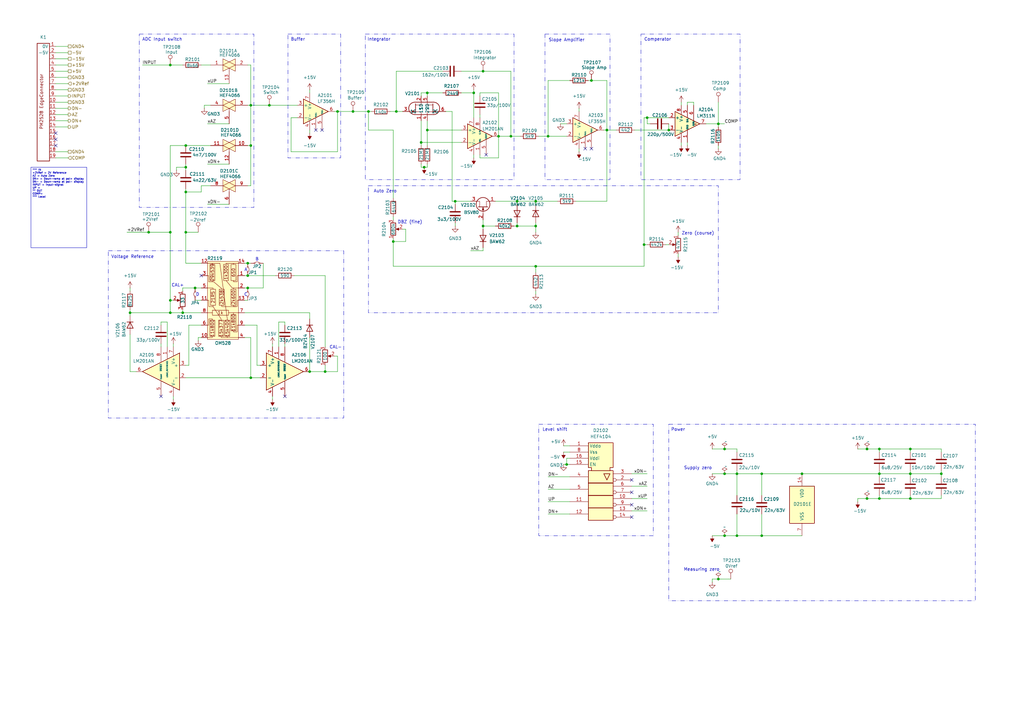
<source format=kicad_sch>
(kicad_sch (version 20250114) (generator "eeschema") (generator_version "9.0")
  (paper "A3")
  (title_block (title "Philips PM2528 - N21 (ADC Analog)") (date "2025-07-24") (rev "1.0"))
  (rectangle (start 149.86 13.97) (end 210.82 73.66) (stroke (width 0) (type dash_dot_dot)))
  (rectangle (start 274.32 173.99) (end 400.05 246.38) (stroke (width 0) (type dash_dot_dot)))
  (rectangle (start 151.13 76.2) (end 294.64 128.27) (stroke (width 0) (type dash_dot_dot)))
  (rectangle (start 223.52 13.97) (end 250.19 73.66) (stroke (width 0) (type dash_dot_dot)))
  (rectangle (start 57.15 13.97) (end 104.14 85.09) (stroke (width 0) (type dash_dot_dot)))
  (rectangle (start 44.45 102.87) (end 140.97 171.45) (stroke (width 0) (type dash_dot_dot)))
  (rectangle (start 118.11 13.97) (end 139.7 64.77) (stroke (width 0) (type dash_dot_dot)))
  (rectangle (start 262.89 13.97) (end 303.53 73.66) (stroke (width 0) (type dash_dot_dot)))
  (rectangle (start 220.98 173.99) (end 267.97 219.71) (stroke (width 0) (type dash_dot_dot)))
  (text "Supply zero" (at 286.258 192.024 0) (effects (font (size 1.27 1.27))))
  (text "C" (at 100.838 120.904 0) (effects (font (size 1.27 1.27))))
  (text "CAL+" (at 72.898 117.094 0) (effects (font (size 1.27 1.27))))
  (text "Buffer" (at 122.174 16.256 0) (effects (font (size 1.27 1.27))))
  (text "A" (at 100.838 110.744 0) (effects (font (size 1.27 1.27))))
  (text "Power" (at 278.13 176.276 0) (effects (font (size 1.27 1.27))))
  (text "Comperator" (at 269.748 16.256 0) (effects (font (size 1.27 1.27))))
  (text "Voltage Reference" (at 54.356 105.41 0) (effects (font (size 1.27 1.27))))
  (text "CAL-" (at 137.668 142.494 0) (effects (font (size 1.27 1.27))))
  (text "Integrator" (at 155.448 16.256 0) (effects (font (size 1.27 1.27))))
  (text "DBZ (fine)" (at 168.148 91.186 0) (effects (font (size 1.27 1.27))))
  (text "Measuring zero" (at 287.782 233.68 0) (effects (font (size 1.27 1.27))))
  (text "Slope Amplifier" (at 232.41 16.51 0) (effects (font (size 1.27 1.27))))
  (text "Zero (course)" (at 286.258 95.758 0) (effects (font (size 1.27 1.27))))
  (text "Auto Zero" (at 157.988 78.486 0) (effects (font (size 1.27 1.27))))
  (text "B" (at 105.41 106.426 0) (effects (font (size 1.27 1.27))))
  (text "Level shift" (at 227.584 176.276 0) (effects (font (size 1.27 1.27))))
  (text "ADC Input switch" (at 66.548 16.256 0) (effects (font (size 1.27 1.27))))
  (text "D" (at 81.026 120.904 0) (effects (font (size 1.27 1.27))))
  (text_box "*** IN\n+2VRef = 2V Reference\nAZ = Auto Zero\nDN+ = Down-ramp at pol+ display\nDN- = Down-ramp at pol- display\nINPUT = input-signal\nUP = \n** OUT\nCOMP=\n*** Local\n" (at 12.7 68.58 0) (size 22.86 33.02) (margins 0.5715 0.5715 0.5715 0.5715) (effects (font (size 0.762 0.762)) (justify left top)))
  (junction (at 127 152.4))
  (junction (at 297.18 219.71))
  (junction (at 373.38 184.15))
  (junction (at 102.87 43.18))
  (junction (at 172.72 58.42))
  (junction (at 151.13 45.72))
  (junction (at 102.87 59.69))
  (junction (at 386.08 194.31))
  (junction (at 101.6 113.03))
  (junction (at 60.96 95.25))
  (junction (at 242.57 33.02))
  (junction (at 360.68 204.47))
  (junction (at 144.78 45.72))
  (junction (at 102.87 154.94))
  (junction (at 355.6 184.15))
  (junction (at 110.49 43.18))
  (junction (at 232.41 190.5))
  (junction (at 76.2 68.58))
  (junction (at 204.47 55.88))
  (junction (at 248.92 53.34))
  (junction (at 360.68 194.31))
  (junction (at 198.12 92.71))
  (junction (at 294.64 50.8))
  (junction (at 373.38 194.31))
  (junction (at 265.43 48.26))
  (junction (at 162.56 45.72))
  (junction (at 209.55 55.88))
  (junction (at 173.99 68.58))
  (junction (at 297.18 194.31))
  (junction (at 69.85 123.19))
  (junction (at 219.71 92.71))
  (junction (at 219.71 82.55))
  (junction (at 186.69 82.55))
  (junction (at 101.6 118.11))
  (junction (at 355.6 204.47))
  (junction (at 69.85 95.25))
  (junction (at 175.26 38.1))
  (junction (at 69.85 128.27))
  (junction (at 133.35 152.4))
  (junction (at 294.64 237.49))
  (junction (at 76.2 78.74))
  (junction (at 76.2 59.69))
  (junction (at 312.42 194.31))
  (junction (at 302.26 194.31))
  (junction (at 297.18 184.15))
  (junction (at 212.09 92.71))
  (junction (at 373.38 204.47))
  (junction (at 69.85 26.67))
  (junction (at 76.2 95.25))
  (junction (at 194.31 38.1))
  (junction (at 80.01 118.11))
  (junction (at 264.16 100.33))
  (junction (at 175.26 53.34))
  (junction (at 219.71 109.22))
  (junction (at 53.34 128.27))
  (junction (at 360.68 184.15))
  (junction (at 274.32 53.34))
  (junction (at 138.43 45.72))
  (junction (at 161.29 99.06))
  (junction (at 212.09 82.55))
  (junction (at 224.79 55.88))
  (junction (at 312.42 219.71))
  (junction (at 302.26 219.71))
  (junction (at 74.93 128.27))
  (junction (at 198.12 29.21))
  (junction (at 101.6 107.95))
  (junction (at 328.93 194.31))
  (no_connect (at 82.55 113.03))
  (no_connect (at 66.04 162.56))
  (no_connect (at 199.39 63.5))
  (no_connect (at 259.08 196.85))
  (no_connect (at 240.03 60.96))
  (no_connect (at 129.54 53.34))
  (no_connect (at 259.08 201.93))
  (no_connect (at 116.84 162.56))
  (no_connect (at 259.08 212.09))
  (no_connect (at 132.08 53.34))
  (no_connect (at 22.86 54.61))
  (no_connect (at 242.57 60.96))
  (no_connect (at 259.08 207.01))
  (no_connect (at 22.86 59.69))
  (no_connect (at 22.86 57.15))
  (wire (pts (xy 161.29 109.22) (xy 219.71 109.22)))
  (wire (pts (xy 76.2 78.74) (xy 82.55 78.74)))
  (wire (pts (xy 248.92 53.34) (xy 252.73 53.34)))
  (wire (pts (xy 209.55 29.21) (xy 209.55 55.88)))
  (wire (pts (xy 76.2 68.58) (xy 76.2 69.85)))
  (wire (pts (xy 185.42 45.72) (xy 185.42 82.55)))
  (wire (pts (xy 241.3 33.02) (xy 242.57 33.02)))
  (wire (pts (xy 233.68 195.58) (xy 224.79 195.58)))
  (wire (pts (xy 189.23 38.1) (xy 194.31 38.1)))
  (wire (pts (xy 175.26 67.31) (xy 175.26 68.58)))
  (wire (pts (xy 101.6 26.67) (xy 102.87 26.67)))
  (wire (pts (xy 53.34 127) (xy 53.34 128.27)))
  (wire (pts (xy 210.82 92.71) (xy 212.09 92.71)))
  (wire (pts (xy 212.09 92.71) (xy 219.71 92.71)))
  (wire (pts (xy 76.2 67.31) (xy 76.2 68.58)))
  (wire (pts (xy 76.2 95.25) (xy 76.2 107.95)))
  (wire (pts (xy 166.37 93.98) (xy 166.37 99.06)))
  (wire (pts (xy 355.6 204.47) (xy 360.68 204.47)))
  (wire (pts (xy 77.47 133.35) (xy 82.55 133.35)))
  (wire (pts (xy 312.42 219.71) (xy 328.93 219.71)))
  (wire (pts (xy 185.42 82.55) (xy 186.69 82.55)))
  (wire (pts (xy 22.86 24.13) (xy 27.94 24.13)))
  (wire (pts (xy 127 36.83) (xy 127 38.1)))
  (wire (pts (xy 265.43 194.31) (xy 259.08 194.31)))
  (wire (pts (xy 138.43 62.23) (xy 138.43 45.72)))
  (wire (pts (xy 86.36 43.18) (xy 83.82 43.18)))
  (wire (pts (xy 69.85 26.67) (xy 74.93 26.67)))
  (wire (pts (xy 22.86 26.67) (xy 27.94 26.67)))
  (wire (pts (xy 85.09 34.29) (xy 93.98 34.29)))
  (wire (pts (xy 302.26 194.31) (xy 302.26 203.2)))
  (wire (pts (xy 161.29 81.28) (xy 161.29 53.34)))
  (wire (pts (xy 193.04 102.87) (xy 198.12 102.87)))
  (wire (pts (xy 260.35 53.34) (xy 274.32 53.34)))
  (wire (pts (xy 175.26 53.34) (xy 175.26 59.69)))
  (wire (pts (xy 102.87 154.94) (xy 106.68 154.94)))
  (wire (pts (xy 233.68 200.66) (xy 224.79 200.66)))
  (wire (pts (xy 212.09 82.55) (xy 219.71 82.55)))
  (wire (pts (xy 186.69 82.55) (xy 193.04 82.55)))
  (wire (pts (xy 386.08 184.15) (xy 386.08 185.42)))
  (wire (pts (xy 69.85 128.27) (xy 53.34 128.27)))
  (wire (pts (xy 81.28 138.43) (xy 81.28 139.7)))
  (wire (pts (xy 110.49 43.18) (xy 121.92 43.18)))
  (wire (pts (xy 71.12 123.19) (xy 69.85 123.19)))
  (wire (pts (xy 111.76 140.97) (xy 111.76 142.24)))
  (wire (pts (xy 231.14 190.5) (xy 232.41 190.5)))
  (wire (pts (xy 351.79 184.15) (xy 355.6 184.15)))
  (wire (pts (xy 69.85 59.69) (xy 69.85 95.25)))
  (wire (pts (xy 22.86 34.29) (xy 27.94 34.29)))
  (wire (pts (xy 119.38 48.26) (xy 119.38 62.23)))
  (wire (pts (xy 196.85 46.99) (xy 196.85 48.26)))
  (wire (pts (xy 127 128.27) (xy 100.33 128.27)))
  (wire (pts (xy 292.1 219.71) (xy 297.18 219.71)))
  (wire (pts (xy 22.86 39.37) (xy 27.94 39.37)))
  (wire (pts (xy 278.13 95.25) (xy 278.13 96.52)))
  (wire (pts (xy 265.43 199.39) (xy 259.08 199.39)))
  (wire (pts (xy 151.13 53.34) (xy 151.13 45.72)))
  (wire (pts (xy 105.41 133.35) (xy 105.41 149.86)))
  (wire (pts (xy 386.08 204.47) (xy 386.08 203.2)))
  (wire (pts (xy 232.41 187.96) (xy 232.41 190.5)))
  (wire (pts (xy 71.12 140.97) (xy 71.12 142.24)))
  (wire (pts (xy 360.68 203.2) (xy 360.68 204.47)))
  (wire (pts (xy 281.94 58.42) (xy 281.94 59.69)))
  (wire (pts (xy 264.16 100.33) (xy 265.43 100.33)))
  (wire (pts (xy 232.41 187.96) (xy 233.68 187.96)))
  (wire (pts (xy 219.71 92.71) (xy 219.71 95.25)))
  (wire (pts (xy 102.87 26.67) (xy 102.87 43.18)))
  (wire (pts (xy 69.85 95.25) (xy 69.85 123.19)))
  (wire (pts (xy 127 130.81) (xy 127 128.27)))
  (wire (pts (xy 22.86 49.53) (xy 27.94 49.53)))
  (wire (pts (xy 248.92 33.02) (xy 248.92 53.34)))
  (wire (pts (xy 265.43 50.8) (xy 265.43 48.26)))
  (wire (pts (xy 294.64 60.96) (xy 294.64 59.69)))
  (wire (pts (xy 189.23 29.21) (xy 198.12 29.21)))
  (wire (pts (xy 312.42 194.31) (xy 312.42 203.2)))
  (wire (pts (xy 116.84 132.08) (xy 116.84 133.35)))
  (wire (pts (xy 133.35 152.4) (xy 138.43 152.4)))
  (wire (pts (xy 265.43 209.55) (xy 259.08 209.55)))
  (wire (pts (xy 328.93 194.31) (xy 360.68 194.31)))
  (wire (pts (xy 127 138.43) (xy 127 152.4)))
  (wire (pts (xy 182.88 45.72) (xy 185.42 45.72)))
  (wire (pts (xy 312.42 194.31) (xy 328.93 194.31)))
  (wire (pts (xy 302.26 194.31) (xy 312.42 194.31)))
  (wire (pts (xy 100.33 118.11) (xy 101.6 118.11)))
  (wire (pts (xy 133.35 113.03) (xy 133.35 142.24)))
  (wire (pts (xy 194.31 38.1) (xy 194.31 48.26)))
  (wire (pts (xy 22.86 21.59) (xy 27.94 21.59)))
  (wire (pts (xy 294.64 52.07) (xy 294.64 50.8)))
  (wire (pts (xy 74.93 118.11) (xy 80.01 118.11)))
  (wire (pts (xy 101.6 113.03) (xy 113.03 113.03)))
  (wire (pts (xy 224.79 55.88) (xy 232.41 55.88)))
  (wire (pts (xy 77.47 149.86) (xy 77.47 133.35)))
  (wire (pts (xy 237.49 44.45) (xy 237.49 45.72)))
  (wire (pts (xy 22.86 31.75) (xy 27.94 31.75)))
  (wire (pts (xy 102.87 43.18) (xy 102.87 59.69)))
  (wire (pts (xy 198.12 90.17) (xy 198.12 92.71)))
  (wire (pts (xy 58.42 26.67) (xy 69.85 26.67)))
  (wire (pts (xy 172.72 38.1) (xy 175.26 38.1)))
  (wire (pts (xy 373.38 193.04) (xy 373.38 194.31)))
  (wire (pts (xy 297.18 219.71) (xy 302.26 219.71)))
  (wire (pts (xy 82.55 107.95) (xy 76.2 107.95)))
  (wire (pts (xy 68.58 132.08) (xy 68.58 142.24)))
  (wire (pts (xy 219.71 82.55) (xy 228.6 82.55)))
  (wire (pts (xy 233.68 182.88) (xy 231.14 182.88)))
  (wire (pts (xy 101.6 76.2) (xy 102.87 76.2)))
  (wire (pts (xy 373.38 184.15) (xy 386.08 184.15)))
  (wire (pts (xy 69.85 59.69) (xy 76.2 59.69)))
  (wire (pts (xy 161.29 99.06) (xy 161.29 109.22)))
  (wire (pts (xy 76.2 95.25) (xy 81.28 95.25)))
  (wire (pts (xy 53.34 128.27) (xy 53.34 129.54)))
  (wire (pts (xy 172.72 58.42) (xy 189.23 58.42)))
  (wire (pts (xy 172.72 38.1) (xy 172.72 39.37)))
  (wire (pts (xy 172.72 58.42) (xy 172.72 59.69)))
  (wire (pts (xy 279.4 58.42) (xy 279.4 59.69)))
  (wire (pts (xy 133.35 149.86) (xy 133.35 152.4)))
  (wire (pts (xy 294.64 50.8) (xy 297.18 50.8)))
  (wire (pts (xy 232.41 190.5) (xy 233.68 190.5)))
  (wire (pts (xy 297.18 194.31) (xy 302.26 194.31)))
  (wire (pts (xy 85.09 50.8) (xy 93.98 50.8)))
  (wire (pts (xy 161.29 97.79) (xy 161.29 99.06)))
  (wire (pts (xy 386.08 193.04) (xy 386.08 194.31)))
  (wire (pts (xy 242.57 33.02) (xy 248.92 33.02)))
  (wire (pts (xy 229.87 50.8) (xy 232.41 50.8)))
  (wire (pts (xy 161.29 88.9) (xy 161.29 90.17)))
  (wire (pts (xy 198.12 102.87) (xy 198.12 101.6)))
  (wire (pts (xy 194.31 36.83) (xy 194.31 38.1)))
  (wire (pts (xy 137.16 45.72) (xy 138.43 45.72)))
  (wire (pts (xy 172.72 68.58) (xy 173.99 68.58)))
  (wire (pts (xy 22.86 44.45) (xy 27.94 44.45)))
  (wire (pts (xy 294.64 41.91) (xy 294.64 50.8)))
  (wire (pts (xy 22.86 36.83) (xy 27.94 36.83)))
  (wire (pts (xy 85.09 67.31) (xy 93.98 67.31)))
  (wire (pts (xy 186.69 82.55) (xy 186.69 83.82)))
  (wire (pts (xy 248.92 53.34) (xy 248.92 82.55)))
  (wire (pts (xy 219.71 109.22) (xy 264.16 109.22)))
  (wire (pts (xy 279.4 41.91) (xy 279.4 43.18)))
  (wire (pts (xy 77.47 149.86) (xy 76.2 149.86)))
  (wire (pts (xy 264.16 48.26) (xy 264.16 100.33)))
  (wire (pts (xy 102.87 138.43) (xy 102.87 154.94)))
  (wire (pts (xy 219.71 119.38) (xy 219.71 120.65)))
  (wire (pts (xy 69.85 123.19) (xy 69.85 128.27)))
  (wire (pts (xy 100.33 123.19) (xy 101.6 123.19)))
  (wire (pts (xy 265.43 48.26) (xy 274.32 48.26)))
  (wire (pts (xy 292.1 237.49) (xy 292.1 238.76)))
  (wire (pts (xy 373.38 185.42) (xy 373.38 184.15)))
  (wire (pts (xy 60.96 95.25) (xy 69.85 95.25)))
  (wire (pts (xy 22.86 64.77) (xy 27.94 64.77)))
  (wire (pts (xy 101.6 107.95) (xy 102.87 107.95)))
  (wire (pts (xy 172.72 49.53) (xy 172.72 58.42)))
  (wire (pts (xy 76.2 154.94) (xy 102.87 154.94)))
  (wire (pts (xy 144.78 45.72) (xy 151.13 45.72)))
  (wire (pts (xy 175.26 68.58) (xy 173.99 68.58)))
  (wire (pts (xy 100.33 107.95) (xy 101.6 107.95)))
  (wire (pts (xy 351.79 204.47) (xy 355.6 204.47)))
  (wire (pts (xy 264.16 48.26) (xy 265.43 48.26)))
  (wire (pts (xy 127 152.4) (xy 133.35 152.4)))
  (wire (pts (xy 114.3 142.24) (xy 114.3 132.08)))
  (wire (pts (xy 82.55 76.2) (xy 86.36 76.2)))
  (wire (pts (xy 196.85 39.37) (xy 196.85 38.1)))
  (wire (pts (xy 52.07 95.25) (xy 60.96 95.25)))
  (wire (pts (xy 82.55 76.2) (xy 82.55 78.74)))
  (wire (pts (xy 302.26 210.82) (xy 302.26 219.71)))
  (wire (pts (xy 360.68 185.42) (xy 360.68 184.15)))
  (wire (pts (xy 203.2 92.71) (xy 198.12 92.71)))
  (wire (pts (xy 55.88 152.4) (xy 53.34 152.4)))
  (wire (pts (xy 233.68 205.74) (xy 224.79 205.74)))
  (wire (pts (xy 204.47 38.1) (xy 204.47 55.88)))
  (wire (pts (xy 76.2 78.74) (xy 76.2 95.25)))
  (wire (pts (xy 209.55 55.88) (xy 213.36 55.88)))
  (wire (pts (xy 101.6 59.69) (xy 102.87 59.69)))
  (wire (pts (xy 373.38 194.31) (xy 386.08 194.31)))
  (wire (pts (xy 162.56 45.72) (xy 162.56 29.21)))
  (wire (pts (xy 233.68 210.82) (xy 224.79 210.82)))
  (wire (pts (xy 292.1 237.49) (xy 294.64 237.49)))
  (wire (pts (xy 83.82 43.18) (xy 83.82 44.45)))
  (wire (pts (xy 175.26 53.34) (xy 189.23 53.34)))
  (wire (pts (xy 102.87 76.2) (xy 102.87 59.69)))
  (wire (pts (xy 72.39 68.58) (xy 76.2 68.58)))
  (wire (pts (xy 212.09 82.55) (xy 212.09 83.82)))
  (wire (pts (xy 22.86 52.07) (xy 27.94 52.07)))
  (wire (pts (xy 284.48 41.91) (xy 284.48 43.18)))
  (wire (pts (xy 204.47 55.88) (xy 209.55 55.88)))
  (wire (pts (xy 294.64 237.49) (xy 299.72 237.49)))
  (wire (pts (xy 22.86 46.99) (xy 27.94 46.99)))
  (wire (pts (xy 273.05 100.33) (xy 274.32 100.33)))
  (wire (pts (xy 373.38 203.2) (xy 373.38 204.47)))
  (wire (pts (xy 162.56 45.72) (xy 165.1 45.72)))
  (wire (pts (xy 74.93 119.38) (xy 74.93 118.11)))
  (wire (pts (xy 204.47 64.77) (xy 196.85 64.77)))
  (wire (pts (xy 360.68 204.47) (xy 373.38 204.47)))
  (wire (pts (xy 151.13 45.72) (xy 152.4 45.72)))
  (wire (pts (xy 101.6 43.18) (xy 102.87 43.18)))
  (wire (pts (xy 302.26 184.15) (xy 297.18 184.15)))
  (wire (pts (xy 22.86 19.05) (xy 27.94 19.05)))
  (wire (pts (xy 264.16 100.33) (xy 264.16 109.22)))
  (wire (pts (xy 360.68 193.04) (xy 360.68 194.31)))
  (wire (pts (xy 100.33 113.03) (xy 101.6 113.03)))
  (wire (pts (xy 105.41 149.86) (xy 106.68 149.86)))
  (wire (pts (xy 107.95 107.95) (xy 107.95 118.11)))
  (wire (pts (xy 116.84 140.97) (xy 116.84 142.24)))
  (wire (pts (xy 175.26 38.1) (xy 181.61 38.1)))
  (wire (pts (xy 266.7 50.8) (xy 265.43 50.8)))
  (wire (pts (xy 175.26 38.1) (xy 175.26 39.37)))
  (wire (pts (xy 278.13 104.14) (xy 278.13 105.41)))
  (wire (pts (xy 237.49 60.96) (xy 237.49 62.23)))
  (wire (pts (xy 220.98 55.88) (xy 224.79 55.88)))
  (wire (pts (xy 351.79 205.74) (xy 351.79 204.47)))
  (wire (pts (xy 85.09 83.82) (xy 93.98 83.82)))
  (wire (pts (xy 160.02 45.72) (xy 162.56 45.72)))
  (wire (pts (xy 373.38 194.31) (xy 373.38 195.58)))
  (wire (pts (xy 53.34 152.4) (xy 53.34 137.16)))
  (wire (pts (xy 66.04 132.08) (xy 68.58 132.08)))
  (wire (pts (xy 100.33 138.43) (xy 102.87 138.43)))
  (wire (pts (xy 165.1 93.98) (xy 166.37 93.98)))
  (wire (pts (xy 265.43 204.47) (xy 259.08 204.47)))
  (wire (pts (xy 196.85 63.5) (xy 196.85 64.77)))
  (wire (pts (xy 53.34 118.11) (xy 53.34 119.38)))
  (wire (pts (xy 102.87 43.18) (xy 110.49 43.18)))
  (wire (pts (xy 111.76 162.56) (xy 111.76 163.83)))
  (wire (pts (xy 172.72 67.31) (xy 172.72 68.58)))
  (wire (pts (xy 114.3 132.08) (xy 116.84 132.08)))
  (wire (pts (xy 82.55 26.67) (xy 86.36 26.67)))
  (wire (pts (xy 137.16 146.05) (xy 138.43 146.05)))
  (wire (pts (xy 360.68 194.31) (xy 373.38 194.31)))
  (wire (pts (xy 312.42 210.82) (xy 312.42 219.71)))
  (wire (pts (xy 76.2 77.47) (xy 76.2 78.74)))
  (wire (pts (xy 360.68 194.31) (xy 360.68 195.58)))
  (wire (pts (xy 302.26 219.71) (xy 312.42 219.71)))
  (wire (pts (xy 219.71 82.55) (xy 219.71 83.82)))
  (wire (pts (xy 233.68 33.02) (xy 224.79 33.02)))
  (wire (pts (xy 289.56 50.8) (xy 294.64 50.8)))
  (wire (pts (xy 101.6 118.11) (xy 107.95 118.11)))
  (wire (pts (xy 119.38 62.23) (xy 138.43 62.23)))
  (wire (pts (xy 82.55 128.27) (xy 74.93 128.27)))
  (wire (pts (xy 66.04 133.35) (xy 66.04 132.08)))
  (wire (pts (xy 100.33 133.35) (xy 105.41 133.35)))
  (wire (pts (xy 274.32 50.8) (xy 274.32 53.34)))
  (wire (pts (xy 194.31 63.5) (xy 194.31 64.77)))
  (wire (pts (xy 66.04 140.97) (xy 66.04 142.24)))
  (wire (pts (xy 204.47 55.88) (xy 204.47 64.77)))
  (wire (pts (xy 196.85 38.1) (xy 204.47 38.1)))
  (wire (pts (xy 281.94 43.18) (xy 281.94 41.91)))
  (wire (pts (xy 212.09 91.44) (xy 212.09 92.71)))
  (wire (pts (xy 219.71 109.22) (xy 219.71 111.76)))
  (wire (pts (xy 161.29 53.34) (xy 151.13 53.34)))
  (wire (pts (xy 80.01 118.11) (xy 82.55 118.11)))
  (wire (pts (xy 22.86 29.21) (xy 27.94 29.21)))
  (wire (pts (xy 127 53.34) (xy 127 54.61)))
  (wire (pts (xy 198.12 29.21) (xy 209.55 29.21)))
  (wire (pts (xy 175.26 49.53) (xy 175.26 53.34)))
  (wire (pts (xy 138.43 45.72) (xy 144.78 45.72)))
  (wire (pts (xy 133.35 113.03) (xy 120.65 113.03)))
  (wire (pts (xy 72.39 69.85) (xy 72.39 68.58)))
  (wire (pts (xy 360.68 184.15) (xy 373.38 184.15)))
  (wire (pts (xy 74.93 127) (xy 74.93 128.27)))
  (wire (pts (xy 247.65 53.34) (xy 248.92 53.34)))
  (wire (pts (xy 373.38 204.47) (xy 386.08 204.47)))
  (wire (pts (xy 74.93 128.27) (xy 69.85 128.27)))
  (wire (pts (xy 166.37 99.06) (xy 161.29 99.06)))
  (wire (pts (xy 292.1 184.15) (xy 297.18 184.15)))
  (wire (pts (xy 281.94 41.91) (xy 284.48 41.91)))
  (wire (pts (xy 138.43 146.05) (xy 138.43 152.4)))
  (wire (pts (xy 386.08 195.58) (xy 386.08 194.31)))
  (wire (pts (xy 186.69 91.44) (xy 186.69 92.71)))
  (wire (pts (xy 302.26 193.04) (xy 302.26 194.31)))
  (wire (pts (xy 22.86 62.23) (xy 27.94 62.23)))
  (wire (pts (xy 219.71 91.44) (xy 219.71 92.71)))
  (wire (pts (xy 302.26 185.42) (xy 302.26 184.15)))
  (wire (pts (xy 224.79 33.02) (xy 224.79 55.88)))
  (wire (pts (xy 181.61 29.21) (xy 162.56 29.21)))
  (wire (pts (xy 233.68 185.42) (xy 231.14 185.42)))
  (wire (pts (xy 203.2 82.55) (xy 212.09 82.55)))
  (wire (pts (xy 22.86 41.91) (xy 27.94 41.91)))
  (wire (pts (xy 248.92 82.55) (xy 236.22 82.55)))
  (wire (pts (xy 82.55 138.43) (xy 81.28 138.43)))
  (wire (pts (xy 121.92 48.26) (xy 119.38 48.26)))
  (wire (pts (xy 71.12 162.56) (xy 71.12 163.83)))
  (wire (pts (xy 82.55 123.19) (xy 80.01 123.19)))
  (wire (pts (xy 198.12 92.71) (xy 198.12 93.98)))
  (wire (pts (xy 76.2 59.69) (xy 86.36 59.69)))
  (wire (pts (xy 355.6 184.15) (xy 360.68 184.15)))
  (wire (pts (xy 292.1 194.31) (xy 297.18 194.31)))
  (label "xDN+" (at 85.09 67.31 0))
  (label "AZ" (at 224.79 200.66 0))
  (label "INPUT" (at 58.42 26.67 0))
  (label "UP" (at 224.79 205.74 0))
  (label "xAZ" (at 85.09 50.8 0))
  (label "xAZ" (at 193.04 102.87 0))
  (label "DN+" (at 224.79 210.82 0))
  (label "+2VRef" (at 52.07 95.25 0))
  (label "xUP" (at 265.43 204.47 180))
  (label "xDN-" (at 85.09 83.82 0))
  (label "xDN+" (at 265.43 209.55 180))
  (label "DN-" (at 224.79 195.58 0))
  (label "xAZ" (at 265.43 199.39 180))
  (label "xUP" (at 85.09 34.29 0))
  (label "COMP" (at 297.18 50.8 0))
  (label "xDN-" (at 265.43 194.31 180))
  (hierarchical_label "DN+" (shape output) (at 27.94 49.53 0))
  (hierarchical_label "-15V" (shape passive) (at 27.94 24.13 0))
  (hierarchical_label "AZ" (shape output) (at 27.94 46.99 0))
  (hierarchical_label "GND3" (shape passive) (at 27.94 41.91 0))
  (hierarchical_label "GND4" (shape passive) (at 27.94 19.05 0))
  (hierarchical_label "UP" (shape output) (at 27.94 52.07 0))
  (hierarchical_label "-5V" (shape passive) (at 27.94 21.59 0))
  (hierarchical_label "GND3" (shape passive) (at 27.94 31.75 0))
  (hierarchical_label "GND4" (shape passive) (at 27.94 62.23 0))
  (hierarchical_label "GND3" (shape passive) (at 27.94 36.83 0))
  (hierarchical_label "DN-" (shape output) (at 27.94 44.45 0))
  (hierarchical_label "INPUT" (shape output) (at 27.94 39.37 0))
  (hierarchical_label "COMP" (shape input) (at 27.94 64.77 0))
  (hierarchical_label "+2VRef" (shape input) (at 27.94 34.29 0))
  (hierarchical_label "+15V" (shape passive) (at 27.94 26.67 0))
  (hierarchical_label "+5V" (shape passive) (at 27.94 29.21 0))
  (symbol (lib_id "Device:R") (at 294.64 55.88 180) (unit 1)
    (property "Reference" "R2116" (at 292.354 55.88 90))
    (property "Value" "1k05" (at 294.64 55.88 90))
    (property "Footprint" "Resistor_THT:R_Axial_DIN0207_L6.3mm_D2.5mm_P10.16mm_Horizontal" (effects (hide yes)))
    (property "Description" "Resistor" (effects (hide yes)))
  )
  (symbol (lib_id "4xxx:4066") (at 93.98 26.67 0) (mirror x) (unit 1)
    (property "Reference" "D2101" (at 97.282 20.828 0) (effects (justify right)))
    (property "Value" "HEF4066" (at 98.5521 22.606 0) (effects (justify right)))
    (property "Footprint" "Package_DIP:DIP-14_W7.62mm" (effects (hide yes)))
    (property "Datasheet" "http://www.ti.com/lit/ds/symlink/cd4066b.pdf" (effects (hide yes)))
    (property "Description" "Quad Analog Switches" (effects (hide yes)))
  )
  (symbol (lib_id "PM2528:PCBEdge_Plugincard") (at 17.78 41.91 0) (unit 1)
    (property "Reference" "K1" (at 17.78 15.24 0))
    (property "Footprint" "PM2528:PM2528_RiserCardConnector" (effects (hide yes)))
  )
  (symbol (lib_id "power:GND3") (at 219.71 120.65 0) (unit 1)
    (property "Reference" "#PWR036" (effects (hide yes)))
    (property "Value" "GND3" (at 219.71 125.73 0))
    (property "Description" "Power symbol creates a global label with name \"GND3\" , ground" (effects (hide yes)))
  )
  (symbol (lib_id "power:-15V") (at 237.49 62.23 0) (mirror x) (unit 1)
    (property "Reference" "#PWR017" (effects (hide yes)))
    (property "Value" "-15V" (at 239.776 65.278 0))
    (property "Description" "Power symbol creates a global label with name \"-15V\"" (effects (hide yes)))
  )
  (symbol (lib_id "Device:R_Potentiometer") (at 278.13 100.33 0) (mirror y) (unit 1)
    (property "Reference" "R2115" (at 281.178 100.33 90))
    (property "Value" "47k" (at 278.13 100.33 90))
    (property "Footprint" "PM2528:Potentiometer horizontal ceramic" (effects (hide yes)))
    (property "Description" "Potentiometer" (effects (hide yes)))
  )
  (symbol (lib_id "Device:C") (at 76.2 73.66 180) (unit 1)
    (property "Reference" "C2111" (at 77.724 71.374 0) (effects (justify right)))
    (property "Value" "4n22/63V" (at 78.994 73.914 0) (effects (justify right)))
    (property "Footprint" "Capacitor_THT:C_Axial_L5.1mm_D3.1mm_P15.00mm_Horizontal" (effects (hide yes)))
    (property "Description" "Unpolarized capacitor" (effects (hide yes)))
  )
  (symbol (lib_id "Device:R") (at 219.71 115.57 0) (unit 1)
    (property "Reference" "R2113" (at 221.996 115.57 90))
    (property "Value" "442" (at 219.71 115.57 90))
    (property "Footprint" "Resistor_THT:R_Axial_DIN0207_L6.3mm_D2.5mm_P10.16mm_Horizontal" (effects (hide yes)))
    (property "Description" "Resistor" (effects (hide yes)))
  )
  (symbol (lib_id "Device:R") (at 175.26 63.5 0) (unit 1)
    (property "Reference" "R2106" (at 177.8 62.2299 0) (effects (justify left)))
    (property "Value" "21M1" (at 175.26 65.786 90) (effects (justify left)))
    (property "Footprint" "Resistor_THT:R_Axial_DIN0207_L6.3mm_D2.5mm_P10.16mm_Horizontal" (effects (hide yes)))
    (property "Description" "Resistor" (effects (hide yes)))
  )
  (symbol (lib_id "power:PWR_FLAG") (at 355.6 184.15 0) (unit 1)
    (property "Reference" "#FLG03" (effects (hide yes)))
    (property "Value" "~" (at 356.108 181.102 0))
    (property "Description" "Special symbol for telling ERC where power comes from" (effects (hide yes)))
  )
  (symbol (lib_id "Device:D") (at 212.09 87.63 90) (unit 1)
    (property "Reference" "V2104" (at 209.296 81.28 90) (effects (justify right)))
    (property "Value" "BAW62" (at 209.296 83.82 90) (effects (justify right)))
    (property "Footprint" "Diode_THT:D_DO-34_SOD68_P10.16mm_Horizontal" (effects (hide yes)))
    (property "Description" "Diode" (effects (hide yes)))
    (property "Sim.Device" "D" (effects (hide yes)))
    (property "Sim.Pins" "1=K 2=A" (effects (hide yes)))
  )
  (symbol (lib_id "Device:R") (at 217.17 55.88 90) (unit 1)
    (property "Reference" "R2109" (at 217.17 53.594 90))
    (property "Value" "5k9" (at 217.17 55.88 90))
    (property "Footprint" "Resistor_THT:R_Axial_DIN0207_L6.3mm_D2.5mm_P10.16mm_Horizontal" (effects (hide yes)))
    (property "Description" "Resistor" (effects (hide yes)))
  )
  (symbol (lib_id "Connector:TestPoint") (at 110.49 43.18 0) (unit 1)
    (property "Reference" "TP2104" (at 107.442 35.814 0) (effects (justify left)))
    (property "Value" "Switch" (at 107.95 37.846 0) (effects (justify left)))
    (property "Footprint" "Connector_Pin:Pin_D1.0mm_L10.0mm" (effects (hide yes)))
    (property "Description" "test point" (effects (hide yes)))
  )
  (symbol (lib_id "Amplifier_Operational:AD8021ARM") (at 116.84 152.4 0) (unit 1)
    (property "Reference" "A2106" (at 122.682 145.542 0))
    (property "Value" "LM201AN" (at 123.952 148.082 0))
    (property "Footprint" "Package_DIP:DIP-8_W7.62mm" (effects (hide yes)))
    (property "Datasheet" "https://www.analog.com/media/en/technical-documentation/data-sheets/AD8021.pdf" (effects (hide yes)))
    (property "Description" "Operational Amplifier, 4.5-24V single/dual supply, low noise, high speed, MSOP-8" (effects (hide yes)))
  )
  (symbol (lib_id "power:+15V") (at 111.76 140.97 0) (unit 1)
    (property "Reference" "#PWR030" (effects (hide yes)))
    (property "Value" "+15V" (at 110.744 136.906 0))
    (property "Description" "Power symbol creates a global label with name \"+15V\"" (effects (hide yes)))
  )
  (symbol (lib_id "power:GND3") (at 231.14 190.5 0) (mirror y) (unit 1)
    (property "Reference" "#PWR01" (effects (hide yes)))
    (property "Value" "GND3" (at 225.552 190.754 0) (effects (justify right)))
    (property "Description" "Power symbol creates a global label with name \"GND3\" , ground" (effects (hide yes)))
  )
  (symbol (lib_id "4xxx:4066") (at 93.98 76.2 0) (mirror x) (unit 3)
    (property "Reference" "D2101" (at 97.79 70.104 0) (effects (justify right)))
    (property "Value" "HEF4066" (at 98.806 72.39 0) (effects (justify right)))
    (property "Footprint" "Package_DIP:DIP-14_W7.62mm" (effects (hide yes)))
    (property "Datasheet" "http://www.ti.com/lit/ds/symlink/cd4066b.pdf" (effects (hide yes)))
    (property "Description" "Quad Analog Switches" (effects (hide yes)))
  )
  (symbol (lib_id "power:-15V") (at 111.76 163.83 0) (mirror x) (unit 1)
    (property "Reference" "#PWR032" (effects (hide yes)))
    (property "Value" "-15V" (at 111.506 167.894 0))
    (property "Description" "Power symbol creates a global label with name \"-15V\"" (effects (hide yes)))
  )
  (symbol (lib_id "Device:D") (at 127 134.62 270) (unit 1)
    (property "Reference" "V2107" (at 128.27 137.16 0) (effects (justify left)))
    (property "Value" "BZV14" (at 125.222 136.906 0) (effects (justify left)))
    (property "Footprint" "Diode_THT:D_DO-34_SOD68_P10.16mm_Horizontal" (effects (hide yes)))
    (property "Description" "Diode" (effects (hide yes)))
    (property "Sim.Device" "D" (effects (hide yes)))
    (property "Sim.Pins" "1=K 2=A" (effects (hide yes)))
  )
  (symbol (lib_id "power:PWR_FLAG") (at 297.18 219.71 0) (unit 1)
    (property "Reference" "#FLG02" (effects (hide yes)))
    (property "Value" "~" (at 297.18 216.154 0))
    (property "Description" "Special symbol for telling ERC where power comes from" (effects (hide yes)))
  )
  (symbol (lib_id "power:+5V") (at 292.1 184.15 0) (unit 1)
    (property "Reference" "#PWR027" (effects (hide yes)))
    (property "Value" "+5V" (at 292.1 179.07 0))
    (property "Description" "Power symbol creates a global label with name \"+5V\"" (effects (hide yes)))
  )
  (symbol (lib_id "power:+5V") (at 231.14 182.88 0) (mirror y) (unit 1)
    (property "Reference" "#PWR05" (effects (hide yes)))
    (property "Value" "+5V" (at 225.806 181.102 0) (effects (justify right)))
    (property "Description" "Power symbol creates a global label with name \"+5V\"" (effects (hide yes)))
  )
  (symbol (lib_id "Device:R") (at 269.24 100.33 90) (unit 1)
    (property "Reference" "R2114" (at 269.24 98.044 90))
    (property "Value" "442k" (at 269.24 100.33 90))
    (property "Footprint" "Resistor_THT:R_Axial_DIN0207_L6.3mm_D2.5mm_P10.16mm_Horizontal" (effects (hide yes)))
    (property "Description" "Resistor" (effects (hide yes)))
  )
  (symbol (lib_id "Device:R") (at 116.84 113.03 90) (unit 1)
    (property "Reference" "R2120" (at 116.84 110.49 90))
    (property "Value" "590" (at 116.84 113.03 90))
    (property "Footprint" "Resistor_THT:R_Axial_DIN0309_L9.0mm_D3.2mm_P12.70mm_Horizontal" (effects (hide yes)))
    (property "Description" "Resistor" (effects (hide yes)))
  )
  (symbol (lib_id "Connector:TestPoint") (at 198.12 29.21 0) (unit 1)
    (property "Reference" "TP2106" (at 194.31 21.336 0) (effects (justify left)))
    (property "Value" "Integrator" (at 194.056 23.622 0) (effects (justify left)))
    (property "Footprint" "Connector_Pin:Pin_D1.0mm_L10.0mm" (effects (hide yes)))
    (property "Description" "test point" (effects (hide yes)))
  )
  (symbol (lib_id "Device:C") (at 360.68 189.23 0) (unit 1)
    (property "Reference" "C2114" (at 361.442 186.69 0) (effects (justify left)))
    (property "Value" "6u8/25V" (at 361.442 191.77 0) (effects (justify left)))
    (property "Footprint" "Capacitor_THT:C_Disc_D5.0mm_W2.5mm_P5.00mm" (effects (hide yes)))
    (property "Description" "Unpolarized capacitor" (effects (hide yes)))
  )
  (symbol (lib_id "power:PWR_FLAG") (at 297.18 194.31 0) (unit 1)
    (property "Reference" "#FLG01" (effects (hide yes)))
    (property "Value" "~" (at 297.688 191.262 0))
    (property "Description" "Special symbol for telling ERC where power comes from" (effects (hide yes)))
  )
  (symbol (lib_id "Device:R") (at 256.54 53.34 90) (unit 1)
    (property "Reference" "R2112" (at 256.54 51.054 90))
    (property "Value" "442" (at 256.54 53.34 90))
    (property "Footprint" "Resistor_THT:R_Axial_DIN0207_L6.3mm_D2.5mm_P10.16mm_Horizontal" (effects (hide yes)))
    (property "Description" "Resistor" (effects (hide yes)))
  )
  (symbol (lib_id "Device:C") (at 302.26 207.01 0) (unit 1)
    (property "Reference" "C2116" (at 303.022 204.724 0) (effects (justify left)))
    (property "Value" "22u/10V" (at 303.276 209.296 0) (effects (justify left)))
    (property "Footprint" "Capacitor_THT:C_Disc_D5.0mm_W2.5mm_P5.00mm" (effects (hide yes)))
    (property "Description" "Unpolarized capacitor" (effects (hide yes)))
  )
  (symbol (lib_id "power:-15V") (at 351.79 205.74 180) (unit 1)
    (property "Reference" "#PWR024" (effects (hide yes)))
    (property "Value" "-15V" (at 350.012 209.55 0) (effects (justify right)))
    (property "Description" "Power symbol creates a global label with name \"-15V\"" (effects (hide yes)))
  )
  (symbol (lib_id "Transistor_FET:BF244A") (at 198.12 85.09 270) (mirror x) (unit 1)
    (property "Reference" "V2102" (at 188.976 84.074 90) (effects (justify left)))
    (property "Value" "BSV80" (at 190.246 87.122 90) (effects (justify left)))
    (property "Footprint" "Package_TO_SOT_THT:TO-92_Inline" (effects (hide yes)))
    (property "Datasheet" "https://media.digikey.com/pdf/Data%20Sheets/Fairchild%20PDFs/BF244x.pdf" (effects (hide yes)))
    (property "Description" "50mA Id, 30V Vgs, N-Channel FET Transistor, TO-92" (effects (hide yes)))
  )
  (symbol (lib_id "Device:R") (at 78.74 26.67 90) (unit 1)
    (property "Reference" "R2101" (at 78.994 24.384 90))
    (property "Value" "8k66" (at 78.994 26.924 90))
    (property "Footprint" "Resistor_THT:R_Axial_DIN0207_L6.3mm_D2.5mm_P10.16mm_Horizontal" (effects (hide yes)))
    (property "Description" "Resistor" (effects (hide yes)))
  )
  (symbol (lib_id "Amplifier_Operational:LF356") (at 129.54 45.72 0) (unit 1)
    (property "Reference" "A2101" (at 133.35 39.116 0))
    (property "Value" "LF356H" (at 133.858 41.5288 0))
    (property "Footprint" "Package_DIP:DIP-8_W7.62mm" (effects (hide yes)))
    (property "Datasheet" "http://www.ti.com/lit/ds/symlink/lf357.pdf" (effects (hide yes)))
    (property "Description" "Single JFET Input Operational Amplifiers, DIP-8/SOIC-8" (effects (hide yes)))
  )
  (symbol (lib_id "power:+15V") (at 351.79 184.15 0) (unit 1)
    (property "Reference" "#PWR09" (effects (hide yes)))
    (property "Value" "+15V" (at 351.79 179.578 0))
    (property "Description" "Power symbol creates a global label with name \"+15V\"" (effects (hide yes)))
  )
  (symbol (lib_id "power:-5V") (at 292.1 219.71 180) (unit 1)
    (property "Reference" "#PWR028" (effects (hide yes)))
    (property "Value" "-5V" (at 291.084 224.028 0) (effects (justify right)))
    (property "Description" "Power symbol creates a global label with name \"-5V\"" (effects (hide yes)))
  )
  (symbol (lib_id "Jumper:Jumper_2_Small_Bridged") (at 101.6 120.65 270) (unit 1)
    (property "Reference" "JP3" (at 103.632 122.428 90))
    (property "Value" "Jumper_2_Small_Bridged" (effects (hide yes)))
    (property "Footprint" "TestPoint:TestPoint_Bridge_Pitch2.54mm_Drill1.0mm" (effects (hide yes)))
    (property "Description" "Jumper, 2-pole, small symbol, bridged" (effects (hide yes)))
  )
  (symbol (lib_id "power:-15V") (at 71.12 163.83 0) (mirror x) (unit 1)
    (property "Reference" "#PWR033" (effects (hide yes)))
    (property "Value" "-15V" (at 71.12 167.894 0))
    (property "Description" "Power symbol creates a global label with name \"-15V\"" (effects (hide yes)))
  )
  (symbol (lib_id "Device:D") (at 219.71 87.63 270) (unit 1)
    (property "Reference" "V2105" (at 216.662 81.28 90) (effects (justify left)))
    (property "Value" "BAW62" (at 216.662 83.82 90) (effects (justify left)))
    (property "Footprint" "Diode_THT:D_DO-34_SOD68_P10.16mm_Horizontal" (effects (hide yes)))
    (property "Description" "Diode" (effects (hide yes)))
    (property "Sim.Device" "D" (effects (hide yes)))
    (property "Sim.Pins" "1=K 2=A" (effects (hide yes)))
  )
  (symbol (lib_id "power:GND3") (at 292.1 238.76 0) (unit 1)
    (property "Reference" "#PWR035" (effects (hide yes)))
    (property "Value" "GND3" (at 292.1 243.84 0))
    (property "Description" "Power symbol creates a global label with name \"GND3\" , ground" (effects (hide yes)))
  )
  (symbol (lib_id "Connector:TestPoint") (at 294.64 41.91 0) (unit 1)
    (property "Reference" "TP2109" (at 291.846 34.036 0) (effects (justify left)))
    (property "Value" "Comp" (at 292.354 36.322 0) (effects (justify left)))
    (property "Footprint" "Connector_Pin:Pin_D1.0mm_L10.0mm" (effects (hide yes)))
    (property "Description" "test point" (effects (hide yes)))
  )
  (symbol (lib_id "Device:C") (at 312.42 207.01 0) (unit 1)
    (property "Reference" "C2109" (at 313.182 204.724 0) (effects (justify left)))
    (property "Value" "22n/63V" (at 313.436 209.296 0) (effects (justify left)))
    (property "Footprint" "Capacitor_THT:C_Disc_D4.3mm_W1.9mm_P5.00mm" (effects (hide yes)))
    (property "Description" "Unpolarized capacitor" (effects (hide yes)))
  )
  (symbol (lib_id "Amplifier_Operational:LF355") (at 240.03 53.34 0) (unit 1)
    (property "Reference" "A2103" (at 244.348 47.244 0))
    (property "Value" "LF355H" (at 244.856 49.8154 0))
    (property "Footprint" "Package_DIP:DIP-8_W7.62mm" (effects (hide yes)))
    (property "Datasheet" "http://www.ti.com/lit/ds/symlink/lf357.pdf" (effects (hide yes)))
    (property "Description" "Single JFET Input Operational Amplifiers, DIP-8/SOIC-8" (effects (hide yes)))
  )
  (symbol (lib_id "power:-15V") (at 194.31 64.77 0) (mirror x) (unit 1)
    (property "Reference" "#PWR014" (effects (hide yes)))
    (property "Value" "-15V" (at 191.262 68.072 0))
    (property "Description" "Power symbol creates a global label with name \"-15V\"" (effects (hide yes)))
  )
  (symbol (lib_id "power:+15V") (at 279.4 41.91 0) (unit 1)
    (property "Reference" "#PWR023" (effects (hide yes)))
    (property "Value" "+15V" (at 279.4 36.83 0))
    (property "Description" "Power symbol creates a global label with name \"+15V\"" (effects (hide yes)))
  )
  (symbol (lib_id "power:-15V") (at 278.13 105.41 0) (mirror x) (unit 1)
    (property "Reference" "#PWR037" (effects (hide yes)))
    (property "Value" "-15V" (at 277.622 109.728 0))
    (property "Description" "Power symbol creates a global label with name \"-15V\"" (effects (hide yes)))
  )
  (symbol (lib_id "Device:C") (at 373.38 199.39 0) (unit 1)
    (property "Reference" "C2102" (at 373.888 197.104 0) (effects (justify left)))
    (property "Value" "22n/63V" (at 374.142 202.184 0) (effects (justify left)))
    (property "Footprint" "Capacitor_THT:C_Disc_D4.3mm_W1.9mm_P5.00mm" (effects (hide yes)))
    (property "Description" "Unpolarized capacitor" (effects (hide yes)))
  )
  (symbol (lib_id "Device:C") (at 373.38 189.23 180) (unit 1)
    (property "Reference" "C2101" (at 376.936 186.69 0))
    (property "Value" "10n/100V" (at 378.714 191.77 0))
    (property "Footprint" "Capacitor_THT:C_Disc_D4.3mm_W1.9mm_P5.00mm" (effects (hide yes)))
    (property "Description" "Unpolarized capacitor" (effects (hide yes)))
  )
  (symbol (lib_id "Amplifier_Operational:AD8021ARM") (at 66.04 152.4 0) (mirror y) (unit 1)
    (property "Reference" "A2105" (at 60.198 145.542 0))
    (property "Value" "LM201AN" (at 58.928 148.082 0))
    (property "Footprint" "Package_DIP:DIP-8_W7.62mm" (effects (hide yes)))
    (property "Datasheet" "https://www.analog.com/media/en/technical-documentation/data-sheets/AD8021.pdf" (effects (hide yes)))
    (property "Description" "Operational Amplifier, 4.5-24V single/dual supply, low noise, high speed, MSOP-8" (effects (hide yes)))
  )
  (symbol (lib_id "Device:C") (at 196.85 43.18 0) (unit 1)
    (property "Reference" "C2105" (at 197.612 40.64 0) (effects (justify left)))
    (property "Value" "33p/100V" (at 199.644 43.18 0) (effects (justify left)))
    (property "Footprint" "Capacitor_THT:C_Disc_D4.3mm_W1.9mm_P5.00mm" (effects (hide yes)))
    (property "Description" "Unpolarized capacitor" (effects (hide yes)))
  )
  (symbol (lib_id "Device:C") (at 66.04 137.16 180) (unit 1)
    (property "Reference" "C2112" (at 58.928 134.62 0) (effects (justify right)))
    (property "Value" "33p/100V" (at 55.88 139.446 0) (effects (justify right)))
    (property "Footprint" "Capacitor_THT:C_Disc_D4.3mm_W1.9mm_P5.00mm" (effects (hide yes)))
    (property "Description" "Unpolarized capacitor" (effects (hide yes)))
  )
  (symbol (lib_id "Device:R") (at 172.72 63.5 0) (unit 1)
    (property "Reference" "R2105" (at 164.592 61.976 0) (effects (justify left)))
    (property "Value" "21M1" (at 172.72 65.786 90) (effects (justify left)))
    (property "Footprint" "Resistor_THT:R_Axial_DIN0207_L6.3mm_D2.5mm_P10.16mm_Horizontal" (effects (hide yes)))
    (property "Description" "Resistor" (effects (hide yes)))
  )
  (symbol (lib_id "power:GND3") (at 294.64 60.96 0) (unit 1)
    (property "Reference" "#PWR026" (effects (hide yes)))
    (property "Value" "GND4" (at 295.148 65.024 0))
    (property "Description" "Power symbol creates a global label with name \"GND3\" , ground" (effects (hide yes)))
  )
  (symbol (lib_id "Device:C") (at 386.08 189.23 0) (unit 1)
    (property "Reference" "C2107" (at 386.588 186.944 0) (effects (justify left)))
    (property "Value" "22n/63V" (at 386.842 191.516 0) (effects (justify left)))
    (property "Footprint" "Capacitor_THT:C_Disc_D4.3mm_W1.9mm_P5.00mm" (effects (hide yes)))
    (property "Description" "Unpolarized capacitor" (effects (hide yes)))
  )
  (symbol (lib_id "Comparator:LM311") (at 281.94 50.8 0) (unit 1)
    (property "Reference" "A2104" (at 289.56 44.958 0))
    (property "Value" "LM311N" (at 289.56 47.498 0))
    (property "Footprint" "Package_DIP:DIP-8_W7.62mm" (effects (hide yes)))
    (property "Datasheet" "https://www.st.com/resource/en/datasheet/lm311.pdf" (effects (hide yes)))
    (property "Description" "Voltage Comparator, DIP-8/SOIC-8" (effects (hide yes)))
  )
  (symbol (lib_id "power:PWR_FLAG") (at 297.18 184.15 0) (unit 1)
    (property "Reference" "#FLG05" (effects (hide yes)))
    (property "Value" "~" (at 297.688 181.102 0))
    (property "Description" "Special symbol for telling ERC where power comes from" (effects (hide yes)))
  )
  (symbol (lib_id "power:-5V") (at 231.14 185.42 0) (mirror x) (unit 1)
    (property "Reference" "#PWR04" (effects (hide yes)))
    (property "Value" "-5V" (at 229.616 187.452 0) (effects (justify right)))
    (property "Description" "Power symbol creates a global label with name \"-5V\"" (effects (hide yes)))
  )
  (symbol (lib_id "Amplifier_Operational:LM201") (at 196.85 55.88 0) (unit 1)
    (property "Reference" "A2102" (at 200.914 50.292 0))
    (property "Value" "LM201AN" (at 202.184 52.832 0))
    (property "Footprint" "Package_DIP:DIP-8_W7.62mm" (effects (hide yes)))
    (property "Datasheet" "http://www.ti.com/lit/ds/symlink/lm101a-n.pdf" (effects (hide yes)))
    (property "Description" "Operational Amplifier, DIP-8/TO-99-8" (effects (hide yes)))
  )
  (symbol (lib_id "power:PWR_FLAG") (at 294.64 237.49 0) (unit 1)
    (property "Reference" "#FLG06" (effects (hide yes)))
    (property "Value" "~" (at 295.148 234.442 0))
    (property "Description" "Special symbol for telling ERC where power comes from" (effects (hide yes)))
  )
  (symbol (lib_id "4xxx:4066") (at 328.93 207.01 0) (unit 5)
    (property "Reference" "D2101" (at 325.374 206.756 0) (effects (justify left)))
    (property "Value" "HEF4066" (effects (hide yes)))
    (property "Footprint" "Package_DIP:DIP-14_W7.62mm" (effects (hide yes)))
    (property "Datasheet" "http://www.ti.com/lit/ds/symlink/cd4066b.pdf" (effects (hide yes)))
    (property "Description" "Quad Analog Switches" (effects (hide yes)))
  )
  (symbol (lib_id "Device:R") (at 156.21 45.72 270) (unit 1)
    (property "Reference" "R2102" (at 156.21 42.926 90))
    (property "Value" "140k" (at 156.21 45.974 90))
    (property "Footprint" "Resistor_THT:R_Axial_DIN0207_L6.3mm_D2.5mm_P10.16mm_Horizontal" (effects (hide yes)))
    (property "Description" "Resistor" (effects (hide yes)))
  )
  (symbol (lib_id "power:-15V") (at 127 54.61 0) (mirror x) (unit 1)
    (property "Reference" "#PWR08" (effects (hide yes)))
    (property "Value" "-15V" (at 127 59.69 0))
    (property "Description" "Power symbol creates a global label with name \"-15V\"" (effects (hide yes)))
  )
  (symbol (lib_id "Connector:TestPoint") (at 60.96 95.25 0) (unit 1)
    (property "Reference" "TP2101" (at 58.42 87.884 0) (effects (justify left)))
    (property "Value" "+2Vref" (at 58.166 89.916 0) (effects (justify left)))
    (property "Footprint" "Connector_Pin:Pin_D1.0mm_L10.0mm" (effects (hide yes)))
    (property "Description" "test point" (effects (hide yes)))
  )
  (symbol (lib_id "power:GND3") (at 229.87 50.8 0) (mirror y) (unit 1)
    (property "Reference" "#PWR019" (effects (hide yes)))
    (property "Value" "GND3" (at 229.108 49.276 0))
    (property "Description" "Power symbol creates a global label with name \"GND3\" , ground" (effects (hide yes)))
  )
  (symbol (lib_id "Connector:TestPoint") (at 81.28 95.25 0) (unit 1)
    (property "Reference" "TP2102" (at 77.724 87.63 0) (effects (justify left)))
    (property "Value" "-2Vref" (at 77.724 90.17 0) (effects (justify left)))
    (property "Footprint" "Connector_Pin:Pin_D1.0mm_L10.0mm" (effects (hide yes)))
    (property "Description" "test point" (effects (hide yes)))
  )
  (symbol (lib_id "Device:R") (at 207.01 92.71 90) (unit 1)
    (property "Reference" "R2108" (at 207.01 90.424 90))
    (property "Value" "40k2" (at 207.01 92.71 90))
    (property "Footprint" "Resistor_THT:R_Axial_DIN0207_L6.3mm_D2.5mm_P10.16mm_Horizontal" (effects (hide yes)))
    (property "Description" "Resistor" (effects (hide yes)))
  )
  (symbol (lib_id "Device:C") (at 270.51 50.8 270) (unit 1)
    (property "Reference" "C2106" (at 267.462 47.244 90) (effects (justify left)))
    (property "Value" "220p/500V" (at 265.43 55.118 90) (effects (justify left)))
    (property "Footprint" "Capacitor_THT:C_Disc_D4.3mm_W1.9mm_P5.00mm" (effects (hide yes)))
    (property "Description" "Unpolarized capacitor" (effects (hide yes)))
  )
  (symbol (lib_id "power:GND") (at 292.1 194.31 0) (unit 1)
    (property "Reference" "#PWR02" (effects (hide yes)))
    (property "Value" "GND4" (at 292.1 198.374 0))
    (property "Description" "Power symbol creates a global label with name \"GND\" , ground" (effects (hide yes)))
  )
  (symbol (lib_id "power:+15V") (at 53.34 118.11 0) (unit 1)
    (property "Reference" "#PWR034" (effects (hide yes)))
    (property "Value" "+15V" (at 53.34 113.03 0))
    (property "Description" "Power symbol creates a global label with name \"+15V\"" (effects (hide yes)))
  )
  (symbol (lib_id "Device:D") (at 198.12 97.79 90) (unit 1)
    (property "Reference" "V2103" (at 200.66 96.5199 90) (effects (justify right)))
    (property "Value" "BAW62" (at 200.66 99.0599 90) (effects (justify right)))
    (property "Footprint" "Diode_THT:D_DO-34_SOD68_P10.16mm_Horizontal" (effects (hide yes)))
    (property "Description" "Diode" (effects (hide yes)))
    (property "Sim.Device" "D" (effects (hide yes)))
    (property "Sim.Pins" "1=K 2=A" (effects (hide yes)))
  )
  (symbol (lib_id "Device:D") (at 53.34 133.35 270) (unit 1)
    (property "Reference" "V2106" (at 48.26 135.382 0))
    (property "Value" "BAW62" (at 50.8 135.128 0))
    (property "Footprint" "Diode_THT:D_DO-34_SOD68_P10.16mm_Horizontal" (effects (hide yes)))
    (property "Description" "Diode" (effects (hide yes)))
    (property "Sim.Device" "D" (effects (hide yes)))
    (property "Sim.Pins" "1=K 2=A" (effects (hide yes)))
  )
  (symbol (lib_id "Device:R_Potentiometer") (at 161.29 93.98 0) (mirror x) (unit 1)
    (property "Reference" "R2104" (at 157.48 93.98 90))
    (property "Value" "680k" (at 161.29 93.98 90))
    (property "Footprint" "PM2528:Potentiometer horizontal ceramic" (effects (hide yes)))
    (property "Description" "Potentiometer" (effects (hide yes)))
  )
  (symbol (lib_id "power:GND3") (at 83.82 44.45 0) (unit 1)
    (property "Reference" "#PWR010" (effects (hide yes)))
    (property "Value" "GND3" (at 87.63 46.736 0))
    (property "Description" "Power symbol creates a global label with name \"GND3\" , ground" (effects (hide yes)))
  )
  (symbol (lib_id "Connector:TestPoint") (at 69.85 26.67 0) (unit 1)
    (property "Reference" "TP2108" (at 66.802 19.304 0) (effects (justify left)))
    (property "Value" "Input" (at 67.818 21.336 0) (effects (justify left)))
    (property "Footprint" "Connector_Pin:Pin_D1.0mm_L10.0mm" (effects (hide yes)))
    (property "Description" "test point" (effects (hide yes)))
  )
  (symbol (lib_id "Device:C") (at 302.26 189.23 0) (unit 1)
    (property "Reference" "C2115" (at 303.022 186.69 0) (effects (justify left)))
    (property "Value" "22u/10V" (at 303.022 191.77 0) (effects (justify left)))
    (property "Footprint" "Capacitor_THT:C_Disc_D5.0mm_W2.5mm_P5.00mm" (effects (hide yes)))
    (property "Description" "Unpolarized capacitor" (effects (hide yes)))
  )
  (symbol (lib_id "Device:R") (at 53.34 123.19 180) (unit 1)
    (property "Reference" "R2117" (at 50.8 123.19 90))
    (property "Value" "8k25" (at 53.34 123.444 90))
    (property "Footprint" "Resistor_THT:R_Axial_DIN0207_L6.3mm_D2.5mm_P10.16mm_Horizontal" (effects (hide yes)))
    (property "Description" "Resistor" (effects (hide yes)))
  )
  (symbol (lib_id "power:+15V") (at 278.13 95.25 0) (unit 1)
    (property "Reference" "#PWR038" (effects (hide yes)))
    (property "Value" "+15V" (at 278.13 90.678 0))
    (property "Description" "Power symbol creates a global label with name \"+15V\"" (effects (hide yes)))
  )
  (symbol (lib_id "power:-5V") (at 281.94 59.69 180) (unit 1)
    (property "Reference" "#PWR021" (effects (hide yes)))
    (property "Value" "-5V" (at 283.718 63.5 0))
    (property "Description" "Power symbol creates a global label with name \"-5V\"" (effects (hide yes)))
  )
  (symbol (lib_id "Device:R") (at 237.49 33.02 90) (unit 1)
    (property "Reference" "R2110" (at 237.49 30.734 90))
    (property "Value" "121k" (at 237.49 33.02 90))
    (property "Footprint" "Resistor_THT:R_Axial_DIN0207_L6.3mm_D2.5mm_P10.16mm_Horizontal" (effects (hide yes)))
    (property "Description" "Resistor" (effects (hide yes)))
  )
  (symbol (lib_id "Connector:TestPoint") (at 299.72 237.49 0) (unit 1)
    (property "Reference" "TP2103" (at 296.418 229.87 0) (effects (justify left)))
    (property "Value" "0Vref" (at 297.434 232.156 0) (effects (justify left)))
    (property "Footprint" "Connector_Pin:Pin_D1.0mm_L10.0mm" (effects (hide yes)))
    (property "Description" "test point" (effects (hide yes)))
  )
  (symbol (lib_id "Device:C") (at 185.42 29.21 270) (unit 1)
    (property "Reference" "C2103" (at 180.848 27.94 90))
    (property "Value" "162n/100V" (at 178.562 30.734 90))
    (property "Footprint" "Capacitor_THT:CP_Axial_L25.0mm_D10.0mm_P30.00mm_Horizontal" (effects (hide yes)))
    (property "Description" "Unpolarized capacitor" (effects (hide yes)))
  )
  (symbol (lib_id "4xxx:4066") (at 93.98 59.69 0) (mirror x) (unit 4)
    (property "Reference" "D2101" (at 98.044 53.34 0) (effects (justify right)))
    (property "Value" "HEF4066" (at 99.06 55.372 0) (effects (justify right)))
    (property "Footprint" "Package_DIP:DIP-14_W7.62mm" (effects (hide yes)))
    (property "Datasheet" "http://www.ti.com/lit/ds/symlink/cd4066b.pdf" (effects (hide yes)))
    (property "Description" "Quad Analog Switches" (effects (hide yes)))
  )
  (symbol (lib_id "4xxx_IEEE:4104") (at 246.38 196.85 0) (unit 1)
    (property "Reference" "D2102" (at 246.38 176.53 0))
    (property "Value" "HEF4104" (at 246.38 179.07 0))
    (property "Footprint" "Package_DIP:DIP-16_W7.62mm" (effects (hide yes)))
  )
  (symbol (lib_id "Jumper:Jumper_2_Small_Bridged") (at 101.6 110.49 270) (unit 1)
    (property "Reference" "JP1" (at 103.632 111.76 90))
    (property "Value" "Jumper_2_Small_Bridged" (effects (hide yes)))
    (property "Footprint" "TestPoint:TestPoint_Bridge_Pitch2.54mm_Drill1.0mm" (effects (hide yes)))
    (property "Description" "Jumper, 2-pole, small symbol, bridged" (effects (hide yes)))
  )
  (symbol (lib_id "Device:C") (at 360.68 199.39 0) (unit 1)
    (property "Reference" "C2117" (at 361.188 196.85 0) (effects (justify left)))
    (property "Value" "6u8/25V" (at 361.442 201.93 0) (effects (justify left)))
    (property "Footprint" "Capacitor_THT:C_Disc_D5.0mm_W2.5mm_P5.00mm" (effects (hide yes)))
    (property "Description" "Unpolarized capacitor" (effects (hide yes)))
  )
  (symbol (lib_id "power:+15V") (at 71.12 140.97 0) (unit 1)
    (property "Reference" "#PWR031" (effects (hide yes)))
    (property "Value" "+15V" (at 71.882 136.906 0))
    (property "Description" "Power symbol creates a global label with name \"+15V\"" (effects (hide yes)))
  )
  (symbol (lib_id "power:+15V") (at 127 36.83 0) (unit 1)
    (property "Reference" "#PWR07" (effects (hide yes)))
    (property "Value" "+15V" (at 127 31.75 0))
    (property "Description" "Power symbol creates a global label with name \"+15V\"" (effects (hide yes)))
  )
  (symbol (lib_id "Connector:TestPoint") (at 242.57 33.02 0) (unit 1)
    (property "Reference" "TP2107" (at 239.268 25.654 0) (effects (justify left)))
    (property "Value" "Slope Amp" (at 238.506 27.686 0) (effects (justify left)))
    (property "Footprint" "Connector_Pin:Pin_D1.0mm_L10.0mm" (effects (hide yes)))
    (property "Description" "test point" (effects (hide yes)))
  )
  (symbol (lib_id "Device:R") (at 161.29 85.09 180) (unit 1)
    (property "Reference" "R2103" (at 159.004 85.09 90))
    (property "Value" "64k9" (at 161.544 84.836 90))
    (property "Footprint" "Resistor_THT:R_Axial_DIN0207_L6.3mm_D2.5mm_P10.16mm_Horizontal" (effects (hide yes)))
    (property "Description" "Resistor" (effects (hide yes)))
  )
  (symbol (lib_id "Jumper:Jumper_2_Small_Bridged") (at 105.41 107.95 0) (unit 1)
    (property "Reference" "JP2" (at 105.41 109.22 0))
    (property "Value" "Jumper_2_Small_Bridged" (effects (hide yes)))
    (property "Footprint" "TestPoint:TestPoint_Bridge_Pitch2.54mm_Drill1.0mm" (effects (hide yes)))
    (property "Description" "Jumper, 2-pole, small symbol, bridged" (effects (hide yes)))
  )
  (symbol (lib_id "4xxx:4066") (at 93.98 43.18 0) (mirror x) (unit 2)
    (property "Reference" "D2101" (at 97.536 37.084 0) (effects (justify right)))
    (property "Value" "HEF4066" (at 98.552 39.116 0) (effects (justify right)))
    (property "Footprint" "Package_DIP:DIP-14_W7.62mm" (effects (hide yes)))
    (property "Datasheet" "http://www.ti.com/lit/ds/symlink/cd4066b.pdf" (effects (hide yes)))
    (property "Description" "Quad Analog Switches" (effects (hide yes)))
  )
  (symbol (lib_id "Device:R_Potentiometer") (at 133.35 146.05 0) (mirror x) (unit 1)
    (property "Reference" "R2121" (at 130.81 146.05 90))
    (property "Value" "100" (at 133.35 146.05 90))
    (property "Footprint" "PM2528:Potentiometer horizontal ceramic" (effects (hide yes)))
    (property "Description" "Potentiometer" (effects (hide yes)))
  )
  (symbol (lib_id "Device:C") (at 386.08 199.39 0) (unit 1)
    (property "Reference" "C2108" (at 386.588 197.104 0) (effects (justify left)))
    (property "Value" "22n/63V" (at 386.842 201.93 0) (effects (justify left)))
    (property "Footprint" "Capacitor_THT:C_Disc_D4.3mm_W1.9mm_P5.00mm" (effects (hide yes)))
    (property "Description" "Unpolarized capacitor" (effects (hide yes)))
  )
  (symbol (lib_id "power:GND3") (at 72.39 69.85 0) (unit 1)
    (property "Reference" "#PWR011" (effects (hide yes)))
    (property "Value" "GND3" (at 68.326 71.628 0))
    (property "Description" "Power symbol creates a global label with name \"GND3\" , ground" (effects (hide yes)))
  )
  (symbol (lib_id "power:GND3") (at 219.71 95.25 0) (unit 1)
    (property "Reference" "#PWR016" (effects (hide yes)))
    (property "Value" "GND4" (at 219.71 99.568 0))
    (property "Description" "Power symbol creates a global label with name \"GND3\" , ground" (effects (hide yes)))
  )
  (symbol (lib_id "Jumper:Jumper_2_Small_Bridged") (at 80.01 120.65 90) (unit 1)
    (property "Reference" "JP4" (at 80.01 124.206 90))
    (property "Value" "Jumper_2_Small_Bridged" (effects (hide yes)))
    (property "Footprint" "TestPoint:TestPoint_Bridge_Pitch2.54mm_Drill1.0mm" (effects (hide yes)))
    (property "Description" "Jumper, 2-pole, small symbol, bridged" (effects (hide yes)))
  )
  (symbol (lib_id "Device:C") (at 186.69 87.63 0) (unit 1)
    (property "Reference" "C2104" (at 179.578 85.09 0) (effects (justify left)))
    (property "Value" "3u3/100V" (at 179.324 89.916 0) (effects (justify left)))
    (property "Footprint" "Capacitor_THT:C_Rect_L26.5mm_W8.5mm_P22.50mm_MKS4" (effects (hide yes)))
    (property "Description" "Unpolarized capacitor" (effects (hide yes)))
  )
  (symbol (lib_id "power:GND3") (at 186.69 92.71 0) (unit 1)
    (property "Reference" "#PWR015" (effects (hide yes)))
    (property "Value" "GND3" (at 186.69 97.79 0))
    (property "Description" "Power symbol creates a global label with name \"GND3\" , ground" (effects (hide yes)))
  )
  (symbol (lib_id "power:GND3") (at 81.28 139.7 0) (mirror y) (unit 1)
    (property "Reference" "#PWR03" (effects (hide yes)))
    (property "Value" "GND3" (at 81.026 143.256 0))
    (property "Description" "Power symbol creates a global label with name \"GND3\" , ground" (effects (hide yes)))
  )
  (symbol (lib_id "Device:R") (at 232.41 82.55 90) (unit 1)
    (property "Reference" "R2111" (at 232.41 80.264 90))
    (property "Value" "5k9" (at 232.41 82.55 90))
    (property "Footprint" "Resistor_THT:R_Axial_DIN0207_L6.3mm_D2.5mm_P10.16mm_Horizontal" (effects (hide yes)))
    (property "Description" "Resistor" (effects (hide yes)))
  )
  (symbol (lib_id "power:PWR_FLAG") (at 355.6 204.47 0) (unit 1)
    (property "Reference" "#FLG04" (effects (hide yes)))
    (property "Value" "~" (at 356.108 201.422 0))
    (property "Description" "Special symbol for telling ERC where power comes from" (effects (hide yes)))
  )
  (symbol (lib_id "power:+15V") (at 237.49 44.45 0) (unit 1)
    (property "Reference" "#PWR018" (effects (hide yes)))
    (property "Value" "+15V" (at 237.49 39.37 0))
    (property "Description" "Power symbol creates a global label with name \"+15V\"" (effects (hide yes)))
  )
  (symbol (lib_id "Connector:TestPoint") (at 144.78 45.72 0) (unit 1)
    (property "Reference" "TP2105" (at 142.24 37.846 0) (effects (justify left)))
    (property "Value" "Buffer" (at 142.494 40.132 0) (effects (justify left)))
    (property "Footprint" "Connector_Pin:Pin_D1.0mm_L10.0mm" (effects (hide yes)))
    (property "Description" "test point" (effects (hide yes)))
  )
  (symbol (lib_id "power:+15V") (at 194.31 36.83 0) (unit 1)
    (property "Reference" "#PWR012" (effects (hide yes)))
    (property "Value" "+15V" (at 194.31 31.75 0))
    (property "Description" "Power symbol creates a global label with name \"+15V\"" (effects (hide yes)))
  )
  (symbol (lib_name "OM528_1") (lib_id "PM2528:OM528") (at 91.44 123.19 0) (unit 1)
    (property "Reference" "R2119" (at 88.138 105.918 0))
    (property "Value" "OM528" (at 91.44 140.716 0))
    (property "Footprint" "Package_DIP:DIP-14_W7.62mm_Socket" (effects (hide yes)))
  )
  (symbol (lib_id "Device:C") (at 76.2 63.5 180) (unit 1)
    (property "Reference" "C2110" (at 77.47 61.214 0) (effects (justify right)))
    (property "Value" "4n7/100V" (at 78.994 63.5 0) (effects (justify right)))
    (property "Footprint" "Capacitor_THT:C_Disc_D4.3mm_W1.9mm_P5.00mm" (effects (hide yes)))
    (property "Description" "Unpolarized capacitor" (effects (hide yes)))
  )
  (symbol (lib_id "Device:C") (at 116.84 137.16 180) (unit 1)
    (property "Reference" "C2113" (at 117.602 134.62 0) (effects (justify right)))
    (property "Value" "33p/100V" (at 114.554 139.446 0) (effects (justify right)))
    (property "Footprint" "Capacitor_THT:C_Disc_D4.3mm_W1.9mm_P5.00mm" (effects (hide yes)))
    (property "Description" "Unpolarized capacitor" (effects (hide yes)))
  )
  (symbol (lib_id "Device:R_Potentiometer") (at 74.93 123.19 0) (mirror y) (unit 1)
    (property "Reference" "R2118" (at 75.692 130.048 0))
    (property "Value" "33" (at 74.93 123.19 90))
    (property "Footprint" "PM2528:Potentiometer horizontal ceramic" (effects (hide yes)))
    (property "Description" "Potentiometer" (effects (hide yes)))
  )
  (symbol (lib_id "PM2528:FET_Dual") (at 173.99 44.45 0) (unit 1)
    (property "Reference" "V2101" (at 169.164 38.354 0))
    (property "Footprint" "Package_TO_SOT_THT:TO-78-6" (effects (hide yes)))
  )
  (symbol (lib_id "Device:R") (at 185.42 38.1 270) (unit 1)
    (property "Reference" "R2107" (at 185.166 35.306 90))
    (property "Value" "24k9" (at 185.674 38.354 90))
    (property "Footprint" "Resistor_THT:R_Axial_DIN0207_L6.3mm_D2.5mm_P10.16mm_Horizontal" (effects (hide yes)))
    (property "Description" "Resistor" (effects (hide yes)))
  )
  (symbol (lib_id "power:-15V") (at 279.4 59.69 0) (mirror x) (unit 1)
    (property "Reference" "#PWR022" (effects (hide yes)))
    (property "Value" "-15V" (at 277.114 63.5 0))
    (property "Description" "Power symbol creates a global label with name \"-15V\"" (effects (hide yes)))
  )
  (symbol (lib_id "power:-15V") (at 173.99 68.58 0) (mirror x) (unit 1)
    (property "Reference" "#PWR013" (effects (hide yes)))
    (property "Value" "-15V" (at 176.784 71.374 0))
    (property "Description" "Power symbol creates a global label with name \"-15V\"" (effects (hide yes)))
  )
)
</source>
